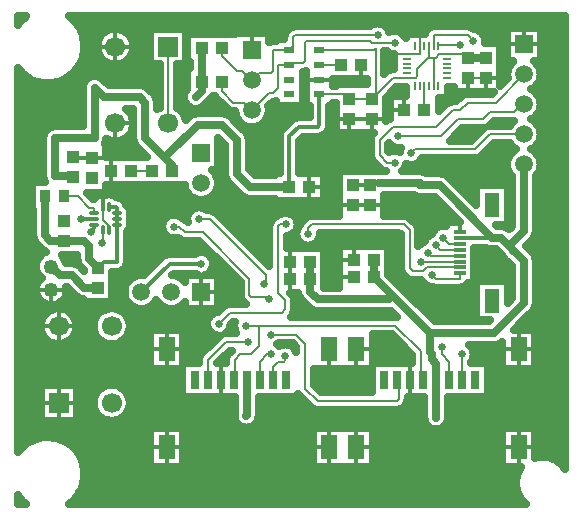
<source format=gbr>
%TF.GenerationSoftware,Novarm,DipTrace,3.3.0.1*%
%TF.CreationDate,2018-11-14T10:13:02-08:00*%
%FSLAX26Y26*%
%MOIN*%
%TF.FileFunction,Copper,L2,Bot*%
%TF.Part,Single*%
%TA.AperFunction,Conductor*%
%ADD14C,0.006*%
%ADD15C,0.026*%
%ADD16C,0.013*%
%ADD17C,0.011811*%
%TA.AperFunction,CopperBalancing*%
%ADD18C,0.025*%
%ADD19R,0.03937X0.043307*%
%ADD20R,0.043307X0.03937*%
%ADD22R,0.031496X0.059055*%
%ADD23R,0.057087X0.07874*%
%TA.AperFunction,ComponentPad*%
%ADD24R,0.059055X0.059055*%
%ADD25C,0.059055*%
%ADD27R,0.037402X0.03937*%
%TA.AperFunction,ComponentPad*%
%ADD28R,0.066929X0.066929*%
%ADD29C,0.066929*%
%ADD38O,0.033465X0.011811*%
%ADD39O,0.011811X0.033465*%
%ADD40R,0.009449X0.030551*%
%ADD41R,0.030551X0.009449*%
%ADD42R,0.037402X0.021654*%
%TA.AperFunction,ComponentPad*%
%ADD43C,0.049213*%
%ADD44R,0.03937X0.011811*%
%ADD45R,0.051181X0.07874*%
%TA.AperFunction,ViaPad*%
%ADD103C,0.026*%
%TA.AperFunction,CopperBalancing*%
%ADD104C,0.013*%
G75*
G01*
%LPD*%
X1507645Y1899750D2*
D14*
X1506863Y1900532D1*
X1437088D1*
X522708Y1463949D2*
X519700Y1460941D1*
Y1331949D1*
X537700Y1313949D1*
X540010D1*
X585700D1*
X699700Y1224878D2*
D15*
X669700Y1254878D1*
Y1295949D1*
X651700Y1313949D1*
X585700D1*
X540010D1*
X522708Y1334022D1*
Y1463949D1*
X699700Y1224878D2*
D16*
X718390Y1243569D1*
X762159D1*
X763545Y1244955D1*
Y1356150D1*
D17*
Y1368556D1*
Y1388241D2*
Y1375835D1*
D16*
Y1368556D1*
Y1407926D2*
D17*
Y1388241D1*
Y1407926D2*
Y1420331D1*
D16*
X762159Y1421717D1*
Y1424800D1*
X760529Y1426430D1*
X747604D1*
D17*
X735199D1*
X543432Y1228569D2*
D15*
X572178Y1199823D1*
X612175D1*
X654049Y1157949D1*
X699700D1*
X1799949Y1274949D2*
D14*
X1810081Y1264818D1*
X1905789D1*
X1281642Y849949D2*
X1281700Y850007D1*
Y893949D1*
X1299700Y911949D1*
X1317700D1*
X1323700Y917949D1*
Y929949D1*
X1912893Y849949D2*
X1911700Y851142D1*
Y935949D1*
X1930787Y1857818D2*
X1930796Y1857827D1*
X1993300D1*
X1991477Y1856004D1*
X2037025D1*
Y1968493D1*
X1986818Y2018700D1*
X1799763D1*
X1771054Y1989991D1*
Y1963133D1*
Y1936440D1*
X1728613D1*
X1930787Y1857818D2*
D15*
D3*
X1718700Y1749949D2*
X1718884Y1749766D1*
X1720123D1*
X2099519Y956099D2*
X2100885Y954733D1*
Y952312D1*
X616672Y1594718D2*
D16*
X621103Y1590288D1*
X679172D1*
X1612070Y1720333D2*
X1537078D1*
X1338913Y1187325D2*
Y1243569D1*
X1337099Y1187325D2*
X1338913D1*
X1605821Y1432863D2*
X1549577D1*
X1605821D2*
D3*
X1551390Y1193574D2*
D14*
D3*
X735199Y1350052D2*
X737162Y1352015D1*
Y1362306D1*
X715514Y1383955D1*
Y1426430D1*
X1668314Y1912249D2*
X1692506Y1936440D1*
X1728613D1*
X585700Y1380878D2*
D16*
D3*
X687167Y1407926D2*
D14*
Y1424800D1*
X670293D1*
X631144Y1463949D1*
X585700D1*
X1065107Y849949D2*
X1065700Y850543D1*
Y917949D1*
X1125700Y977949D1*
X1197700D1*
X1696357Y849949D2*
X1701700Y844607D1*
Y785949D1*
X1695700Y779949D1*
X1431700D1*
X1389700Y821949D1*
Y971949D1*
X1359700Y1001949D1*
X1275700D1*
X1399949Y1337449D2*
Y1356414D1*
X1412235Y1368700D1*
X1718165D1*
X1737451Y1349414D1*
Y1224427D1*
X1749428Y1212449D1*
X1781200D1*
X1794199Y1225448D1*
X1905789D1*
X1238335Y849949D2*
X1239700Y851314D1*
Y911949D1*
X1263700Y935949D1*
X1275700D1*
X1869586Y849949D2*
X1869700Y850064D1*
Y911949D1*
X1845700Y935949D1*
Y959949D1*
X1774951Y1243700D2*
X1776384Y1245133D1*
X1905789D1*
X2118700Y1868699D2*
X2024951Y1774949D1*
X1931200D1*
X1906200Y1749949D1*
X1881200D1*
X1824951Y1693700D1*
X1681201D1*
X1637451Y1649949D1*
Y1599949D1*
X1662451Y1574949D1*
X1687451D1*
X1787052Y1749766D2*
X1786802Y1750015D1*
Y1831007D1*
X1043700Y1237449D2*
D16*
X937449D1*
X843700Y1143700D1*
X933700Y1961949D2*
D14*
Y1706044D1*
X1269700Y1121949D2*
X1263700Y1127949D1*
X1209700D1*
X1203700Y1133949D1*
Y1187949D1*
X1047700Y1343949D1*
X987700D1*
X969700Y1361949D1*
X951700D1*
X1151721Y849949D2*
X1155700Y853928D1*
Y917949D1*
X1173700Y935949D1*
X1209700D1*
X1237109Y963359D1*
Y1031949D1*
X1191700D1*
X1782972Y849949D2*
X1774949Y841927D1*
Y946700D1*
X1689700Y1031949D1*
X1237109D1*
X1812449Y1199949D2*
X1824949Y1187449D1*
X1905789D1*
Y1205763D1*
X1337088Y1949745D2*
X1349949Y1962606D1*
Y1993842D1*
X1356057Y1999949D1*
X1631200D1*
X1949949Y1981200D2*
X1931200Y1999949D1*
X1818298D1*
Y1963133D1*
X1212112Y1849745D2*
X1180658Y1881199D1*
X1162451D1*
X1112123Y1931527D1*
Y1955994D1*
X1212112Y1849745D2*
X1237317Y1874949D1*
X1274951D1*
X1281200Y1881199D1*
Y1949949D1*
X1281405Y1949745D1*
X1337088D1*
Y1900532D2*
X1342755Y1906199D1*
X1381200D1*
X1387451Y1912449D1*
Y1974949D1*
X1393700Y1981199D1*
X1606200D1*
X1612449Y1974949D1*
X1687451D1*
X1906200Y1968493D2*
X1834046D1*
Y1963133D1*
X1212112Y1749745D2*
X1186907Y1774949D1*
X1149949D1*
X1112123Y1812776D1*
Y1843506D1*
X1212112Y1749745D2*
X1268566Y1806199D1*
X1281199D1*
X1299949Y1824949D1*
Y1899949D1*
X1300532Y1900532D1*
X1337088D1*
X1824949Y1299949D2*
X1840396Y1284503D1*
X1905789D1*
X1849949Y1324949D2*
X1870710Y1304188D1*
X1905789D1*
X2118700Y1768699D2*
X2112203D1*
X2087204Y1743700D1*
X2006200D1*
X1981200Y1718700D1*
X1899951D1*
X1843700Y1662449D1*
X1699951D1*
X1743700Y1606200D2*
X1756200Y1618700D1*
X1956200D1*
X2006199Y1668699D1*
X2118700D1*
X1251700Y1169949D2*
X1257700Y1175949D1*
Y1199949D1*
X1071700Y1385949D1*
X1035700D1*
X1101700Y1037949D2*
X1137700Y1073949D1*
X1311700D1*
X1323700Y1085949D1*
Y1115949D1*
X1299700Y1139949D1*
Y1362403D1*
X1305997Y1368700D1*
X1324951D1*
X687167Y1368556D2*
D17*
Y1356150D1*
D16*
X674669Y1343651D1*
X687167Y1518540D2*
X682348Y1523359D1*
X679172D1*
X1537078Y1787262D2*
D14*
X1522233Y1802107D1*
X1437088D1*
X1612070Y1787262D2*
X1537078D1*
X1612070D2*
X1624569Y1799760D1*
Y1955994D1*
X1618319Y1949745D1*
X1437088D1*
X1930787Y1924747D2*
X1919094Y1936440D1*
X1860739D1*
X1993300Y1924756D2*
X1993291Y1924747D1*
X1930787D1*
X1860739Y1936440D2*
X1859934Y1937246D1*
X1837046D1*
X1824548Y1924747D1*
X1818298D1*
X1799550D1*
X1802550Y1927747D1*
Y1963133D1*
X1799550Y1924747D2*
X1762054Y1887251D1*
Y1862254D1*
X1757501Y1857700D1*
X1728613D1*
X616672Y1527789D2*
D15*
X613263Y1531199D1*
X556200D1*
Y1656199D1*
X687451D1*
Y1824949D1*
X1024951Y1793700D2*
X1045193Y1813943D1*
Y1843506D1*
Y1955994D2*
Y1843506D1*
X687451Y1824949D2*
X718700Y1793700D1*
X837449D1*
X856200Y1774949D1*
Y1656199D1*
X916747Y1595651D1*
X946629Y1565770D1*
Y1547949D1*
X1193699Y731199D2*
X1195028Y732528D1*
Y849949D1*
X1826279Y724949D2*
Y849949D1*
Y904872D1*
X1812451Y918700D1*
Y937448D1*
X1806200Y943699D1*
Y1006199D1*
X2018700D1*
X2118700Y1106199D1*
Y1248331D1*
X2085833Y1281199D1*
X2069844Y1297187D1*
X2042082Y1324949D1*
X2012449D1*
X1837449Y1499949D1*
X1772670D1*
Y1506041D1*
X1637067D1*
X1905789Y1323873D2*
D17*
X1931974Y1324949D1*
D16*
X2012449D1*
X2069844Y1297187D2*
D15*
X2118700Y1346043D1*
Y1568699D1*
X1618700Y1193699D2*
X1681100Y1131298D1*
X1806200Y1006199D1*
X1681100Y1131298D2*
X1668502Y1118700D1*
X1431199D1*
X1406201Y1143697D1*
Y1187449D1*
X1993700Y1924949D2*
X1993507Y1924756D1*
X1993300D2*
X1993291Y1924747D1*
X1930787D1*
X2081200Y1281199D2*
X2085833D1*
X1405842Y1187325D2*
D16*
X1406201Y1187449D1*
X1405842Y1187325D2*
Y1243569D1*
X1618319Y1193574D2*
X1618700Y1193699D1*
X1605821Y1499792D2*
X1637067Y1506041D1*
X1549577Y1499792D2*
X1605821D1*
X1337099Y1493543D2*
D3*
X1612070Y1787262D2*
D14*
X1682508Y1857700D1*
X1728613D1*
X1612070Y1787262D2*
D3*
X1174616Y1524789D2*
D15*
X1162117Y1537288D1*
Y1649776D1*
X1112123Y1699771D1*
X1030881D1*
X926762Y1595651D1*
X916747D1*
X1174616Y1524789D2*
X1205863Y1493543D1*
X1337099D1*
X1405842Y1243569D2*
Y1187325D1*
X1618319Y1249818D2*
Y1193574D1*
X1337099Y1493543D2*
D16*
Y1662275D1*
X1368346Y1693522D1*
X1430839D1*
X1437088Y1699771D1*
Y1802107D1*
X687167Y1388241D2*
D17*
X663935D1*
D16*
X662998Y1387304D1*
X643422D1*
X618424Y1531039D2*
X616672Y1529287D1*
Y1527789D1*
X1818298Y1831007D2*
D14*
Y1924747D1*
X879700Y1547949D2*
X878289Y1546539D1*
X808602D1*
X712165Y1306062D2*
X715514Y1309411D1*
Y1350052D1*
D103*
X1799949Y1274949D3*
X1323700Y929949D3*
X1911700Y935949D3*
X1930787Y1857818D3*
X1718700Y1749949D3*
X2099519Y956099D3*
X1337099Y1187325D3*
X1605821Y1432863D3*
X1551390Y1193574D3*
X585700Y1380878D3*
X1197700Y977949D3*
X1275700Y1001949D3*
D3*
X1399949Y1337449D3*
X1275700Y935949D3*
X1845700Y959949D3*
X1275700Y935949D3*
X1774951Y1243700D3*
X1687451Y1574949D3*
X1043700Y1237449D3*
X1269700Y1121949D3*
X951700Y1361949D3*
X1191700Y1031949D3*
X1812449Y1199949D3*
X1631200Y1999949D3*
X1949949Y1981200D3*
X1687451Y1974949D3*
X1906200Y1968493D3*
X1824949Y1299949D3*
X1849949Y1324949D3*
X1699951Y1662449D3*
X1743700Y1606200D3*
X1251700Y1169949D3*
X1035700Y1385949D3*
X1101700Y1037949D3*
X1324951Y1368700D3*
X674669Y1343651D3*
X687167Y1518540D3*
X687451Y1824949D3*
X1024951Y1793700D3*
X1193699Y731199D3*
X1826279Y724949D3*
X1637067Y1506041D3*
X1618700Y1193699D3*
X1406201Y1187449D3*
X1993700Y1924949D3*
X1772670Y1499949D3*
X2081200Y1281199D3*
X1618700Y1193699D3*
X1337099Y1493543D3*
X1612070Y1787262D3*
X1174616Y1524789D3*
D3*
X1337099Y1493543D3*
X643422Y1387304D3*
X618424Y1531039D3*
X808602Y1546539D3*
X712165Y1306062D3*
X2187010Y768619D3*
X1818298Y537393D3*
X1918288Y618634D3*
X1987031Y499897D3*
X1712060Y606136D3*
X1124621Y637382D3*
X1274606D3*
X1362096D3*
X862149Y531144D3*
X762159Y487398D3*
Y587388D3*
X493438Y1774763D3*
X580928Y1768514D3*
X843401Y2005989D3*
X1474585Y2055983D3*
X2237449Y1918700D3*
Y1818700D3*
Y1718700D3*
X2237451Y1612449D3*
X1474585Y1474794D3*
X1343348Y1443548D3*
X893396Y1437298D3*
X843401Y1274815D3*
X1668314Y1912249D3*
X630184Y2037581D2*
D18*
X1616700D1*
X1645707D2*
X2253716D1*
X645183Y2012712D2*
X722107D1*
X790945D2*
X871242D1*
X996167D2*
X1324781D1*
X1701543D2*
X1789195D1*
X1976271D2*
X2060157D1*
X2177222D2*
X2253716D1*
X653365Y1987843D2*
X699966D1*
X813121D2*
X871242D1*
X1270645D2*
X1317964D1*
X1991378D2*
X2060157D1*
X2177222D2*
X2253716D1*
X656057Y1962974D2*
X694082D1*
X819007D2*
X871242D1*
X2041976D2*
X2060157D1*
X2177222D2*
X2253716D1*
X653653Y1938106D2*
X698998D1*
X814054D2*
X871242D1*
X1656579D2*
X1670705D1*
X2041976D2*
X2060157D1*
X2177222D2*
X2253716D1*
X645830Y1913237D2*
X719057D1*
X793995D2*
X871242D1*
X1656579D2*
X1684342D1*
X2041976D2*
X2060157D1*
X2177222D2*
X2253716D1*
X631333Y1888368D2*
X901708D1*
X965701D2*
X994540D1*
X1656579D2*
X1684342D1*
X2041976D2*
X2063745D1*
X2173670D2*
X2253716D1*
X433718Y1863499D2*
X455703D1*
X606141D2*
X676355D1*
X698579D2*
X901708D1*
X965701D2*
X994540D1*
X2041976D2*
X2060407D1*
X2176972D2*
X2253716D1*
X433718Y1838630D2*
X647898D1*
X732130D2*
X901708D1*
X965701D2*
X994540D1*
X1484801D2*
X1592586D1*
X2168468D2*
X2253716D1*
X433718Y1813762D2*
X645459D1*
X875739D2*
X901708D1*
X965701D2*
X988439D1*
X1682775D2*
X1721590D1*
X1867758D2*
X1882099D1*
X2154508D2*
X2253716D1*
X433718Y1788893D2*
X645459D1*
X965701D2*
X983237D1*
X1078234D2*
X1091785D1*
X1660742D2*
X1669486D1*
X1837722D2*
X1900939D1*
X2173455D2*
X2253716D1*
X433718Y1764024D2*
X645459D1*
X965701D2*
X996369D1*
X1053510D2*
X1116654D1*
X1270609D2*
X1401574D1*
X1472602D2*
X1488378D1*
X1660742D2*
X1669486D1*
X1837722D2*
X1851060D1*
X2177044D2*
X2253716D1*
X433718Y1739155D2*
X645459D1*
X986191D2*
X1025364D1*
X1117634D2*
X1154583D1*
X1269640D2*
X1401574D1*
X1472602D2*
X1488378D1*
X1660742D2*
X1669486D1*
X2168791D2*
X2253716D1*
X433718Y1714287D2*
X645459D1*
X1155959D2*
X1166246D1*
X1257978D2*
X1339926D1*
X1472602D2*
X1488378D1*
X2153755D2*
X2253716D1*
X433718Y1689418D2*
X532315D1*
X1180827D2*
X1315057D1*
X1470914D2*
X1488378D1*
X2173239D2*
X2253716D1*
X433718Y1664549D2*
X515091D1*
X802321D2*
X814225D1*
X1201245D2*
X1301672D1*
X1449133D2*
X1609308D1*
X1890006D2*
X1957815D1*
X2177079D2*
X2253716D1*
X433718Y1639680D2*
X514193D1*
X725815D2*
X817810D1*
X1101918D2*
X1113855D1*
X1204116D2*
X1301600D1*
X1372592D2*
X1605468D1*
X2169113D2*
X2253716D1*
X433718Y1614812D2*
X514193D1*
X727860D2*
X839233D1*
X1101918D2*
X1120134D1*
X1204116D2*
X1301600D1*
X1372592D2*
X1605468D1*
X1669461D2*
X1702642D1*
X1996546D2*
X2084378D1*
X2153037D2*
X2253716D1*
X433718Y1589943D2*
X514193D1*
X1101918D2*
X1120134D1*
X1204116D2*
X1301600D1*
X1372592D2*
X1607191D1*
X1965291D2*
X2064355D1*
X2173061D2*
X2253716D1*
X433718Y1565074D2*
X514193D1*
X1101918D2*
X1120134D1*
X1204116D2*
X1301600D1*
X1372592D2*
X1628111D1*
X1728204D2*
X2060300D1*
X2177115D2*
X2253716D1*
X433718Y1540205D2*
X514193D1*
X1090291D2*
X1120134D1*
X1217573D2*
X1301600D1*
X1372592D2*
X1500902D1*
X1794985D2*
X2067944D1*
X2169436D2*
X2253716D1*
X433718Y1515336D2*
X517531D1*
X1101128D2*
X1126773D1*
X1454695D2*
X1500902D1*
X1880424D2*
X2076699D1*
X2160716D2*
X2253716D1*
X433718Y1490468D2*
X475008D1*
X727860D2*
X987040D1*
X1099692D2*
X1150565D1*
X1454695D2*
X1500902D1*
X1905293D2*
X1957491D1*
X2066663D2*
X2076699D1*
X2160716D2*
X2253716D1*
X433718Y1465599D2*
X475008D1*
X673712D2*
X697312D1*
X753410D2*
X1002111D1*
X1084657D2*
X1175432D1*
X1454695D2*
X1500902D1*
X1654498D2*
X1750655D1*
X1930161D2*
X1957491D1*
X2066663D2*
X2076699D1*
X2160716D2*
X2253716D1*
X433718Y1440730D2*
X475008D1*
X793565D2*
X1500902D1*
X1654498D2*
X1838321D1*
X2066663D2*
X2076699D1*
X2160716D2*
X2253716D1*
X433718Y1415861D2*
X480714D1*
X808277D2*
X1007386D1*
X1063987D2*
X1500902D1*
X1654498D2*
X1863188D1*
X2066663D2*
X2076699D1*
X2160716D2*
X2253716D1*
X433718Y1390993D2*
X480714D1*
X809174D2*
X922413D1*
X980987D2*
X994037D1*
X1110889D2*
X1284161D1*
X1360069D2*
X1390414D1*
X1739974D2*
X1888056D1*
X2066663D2*
X2076699D1*
X2160716D2*
X2253716D1*
X433718Y1366124D2*
X480714D1*
X809174D2*
X909924D1*
X1135756D2*
X1267941D1*
X1764268D2*
X1857088D1*
X2029632D2*
X2076699D1*
X2160716D2*
X2253716D1*
X433718Y1341255D2*
X480714D1*
X799054D2*
X915558D1*
X1160624D2*
X1267691D1*
X1769435D2*
X1811480D1*
X2160393D2*
X2253716D1*
X433718Y1316386D2*
X484877D1*
X799054D2*
X974696D1*
X1185491D2*
X1267691D1*
X1331684D2*
X1364040D1*
X1435856D2*
X1705441D1*
X1769435D2*
X1786540D1*
X2147403D2*
X2253716D1*
X433718Y1291518D2*
X504684D1*
X799054D2*
X1055902D1*
X1210359D2*
X1267691D1*
X1331684D2*
X1500722D1*
X1668960D2*
X1705441D1*
X1954490D2*
X1988927D1*
X2133875D2*
X2253716D1*
X433718Y1266649D2*
X506838D1*
X799054D2*
X919578D1*
X1072815D2*
X1080802D1*
X1235228D2*
X1267691D1*
X1456489D2*
X1500722D1*
X1668960D2*
X1705441D1*
X1954490D2*
X2041964D1*
X2156195D2*
X2253716D1*
X433718Y1241780D2*
X491552D1*
X595305D2*
X629920D1*
X798876D2*
X892629D1*
X1085447D2*
X1105637D1*
X1260095D2*
X1267691D1*
X1456489D2*
X1500722D1*
X1668960D2*
X1705441D1*
X1954490D2*
X2066903D1*
X2160716D2*
X2253716D1*
X433718Y1216911D2*
X491157D1*
X784127D2*
X867725D1*
X1079956D2*
X1130504D1*
X1456489D2*
X1500722D1*
X1668960D2*
X1706410D1*
X1954490D2*
X2076699D1*
X2160716D2*
X2253716D1*
X433718Y1192043D2*
X505187D1*
X748386D2*
X812894D1*
X974528D2*
X985174D1*
X1102241D2*
X1155373D1*
X1456489D2*
X1500722D1*
X1678720D2*
X1725608D1*
X1954490D2*
X2076699D1*
X2160716D2*
X2253716D1*
X433718Y1167174D2*
X492843D1*
X748386D2*
X790323D1*
X1102241D2*
X1171700D1*
X1456489D2*
X1500722D1*
X1703587D2*
X1787903D1*
X1929730D2*
X1957491D1*
X2066663D2*
X2076699D1*
X2160716D2*
X2253716D1*
X433718Y1142305D2*
X490367D1*
X596489D2*
X611333D1*
X748386D2*
X785191D1*
X1102241D2*
X1171700D1*
X1728456D2*
X1957491D1*
X2066663D2*
X2076699D1*
X2160716D2*
X2253716D1*
X433718Y1117436D2*
X501419D1*
X585472D2*
X651020D1*
X748386D2*
X791722D1*
X1102241D2*
X1176759D1*
X1355654D2*
X1374195D1*
X1753323D2*
X1957491D1*
X2160716D2*
X2253716D1*
X433718Y1092567D2*
X818313D1*
X869100D2*
X918285D1*
X969109D2*
X985174D1*
X1102241D2*
X1112096D1*
X1355691D2*
X1398955D1*
X1778191D2*
X1957491D1*
X2158276D2*
X2253716D1*
X433718Y1067699D2*
X518679D1*
X616728D2*
X695840D1*
X793888D2*
X1073197D1*
X1349375D2*
X1686351D1*
X1803058D2*
X1957491D1*
X2138575D2*
X2253716D1*
X433718Y1042830D2*
X506658D1*
X628749D2*
X683818D1*
X805909D2*
X1059993D1*
X2113708D2*
X2253716D1*
X433718Y1017961D2*
X506443D1*
X628964D2*
X683603D1*
X806124D2*
X870739D1*
X985833D2*
X1065124D1*
X1138268D2*
X1152251D1*
X2158419D2*
X2253716D1*
X433718Y993092D2*
X517818D1*
X617588D2*
X694978D1*
X794749D2*
X870739D1*
X985833D2*
X1096630D1*
X1617107D2*
X1684342D1*
X2158419D2*
X2253716D1*
X433718Y968224D2*
X870739D1*
X985833D2*
X1071763D1*
X1300966D2*
X1311434D1*
X1335955D2*
X1349220D1*
X1617107D2*
X1709209D1*
X2032071D2*
X2043327D1*
X2158419D2*
X2253716D1*
X433718Y943355D2*
X870739D1*
X985833D2*
X1046894D1*
X1617107D2*
X1734077D1*
X1952982D2*
X2043327D1*
X2158419D2*
X2253716D1*
X433718Y918486D2*
X870739D1*
X985833D2*
X1033690D1*
X1110457D2*
X1123687D1*
X1617107D2*
X1742940D1*
X1949645D2*
X2043327D1*
X2158419D2*
X2253716D1*
X433718Y893617D2*
X870739D1*
X2000960D2*
X2043327D1*
X2158419D2*
X2253716D1*
X433718Y868749D2*
X977065D1*
X1421717D2*
X1608302D1*
X2000960D2*
X2253716D1*
X433718Y843880D2*
X977065D1*
X1421717D2*
X1608302D1*
X2000960D2*
X2253716D1*
X433718Y819011D2*
X505224D1*
X630148D2*
X702801D1*
X786926D2*
X977065D1*
X1436860D2*
X1608302D1*
X2000960D2*
X2253716D1*
X433718Y794142D2*
X505224D1*
X630148D2*
X685899D1*
X803827D2*
X977065D1*
X2000960D2*
X2253716D1*
X433718Y769273D2*
X505224D1*
X630148D2*
X682599D1*
X807165D2*
X1153040D1*
X1237022D2*
X1398165D1*
X1728527D2*
X1784279D1*
X1868296D2*
X2253716D1*
X433718Y744405D2*
X505224D1*
X630148D2*
X690170D1*
X799557D2*
X1153040D1*
X1237022D2*
X1784279D1*
X1868296D2*
X2253716D1*
X433718Y719536D2*
X505224D1*
X630148D2*
X717155D1*
X772573D2*
X1153470D1*
X1234833D2*
X1784638D1*
X1867901D2*
X2253716D1*
X433718Y694667D2*
X1176186D1*
X1211221D2*
X1798418D1*
X1854158D2*
X2253716D1*
X433718Y669798D2*
X870739D1*
X985833D2*
X1412088D1*
X1617107D2*
X2043327D1*
X2158419D2*
X2253716D1*
X433718Y644930D2*
X469482D1*
X592361D2*
X870739D1*
X985833D2*
X1412088D1*
X1617107D2*
X2043327D1*
X2158419D2*
X2253716D1*
X624012Y620061D2*
X870739D1*
X985833D2*
X1412088D1*
X1617107D2*
X2043327D1*
X2158419D2*
X2253716D1*
X641595Y595192D2*
X870739D1*
X985833D2*
X1412088D1*
X1617107D2*
X2043327D1*
X2158419D2*
X2253716D1*
X651571Y570323D2*
X870739D1*
X985833D2*
X1412088D1*
X1617107D2*
X2043327D1*
X2244936D2*
X2253724D1*
X655805Y545455D2*
X2098409D1*
X654909Y520586D2*
X2090443D1*
X648772Y495717D2*
X2089869D1*
X636428Y470848D2*
X2096543D1*
X433718Y445980D2*
X446679D1*
X615184D2*
X2112691D1*
X1568822Y1547945D2*
X1650602D1*
X1647037Y1549796D1*
X1643292Y1552518D1*
X1616591Y1579090D1*
X1613585Y1582609D1*
X1611166Y1586557D1*
X1609394Y1590834D1*
X1608314Y1595335D1*
X1607951Y1599959D1*
X1608041Y1652264D1*
X1608766Y1656836D1*
X1610196Y1661238D1*
X1612297Y1665363D1*
X1615019Y1669108D1*
X1617835Y1672179D1*
X1490893D1*
Y1772588D1*
X1482293Y1772607D1*
X1482289Y1764780D1*
X1470053D1*
X1469987Y1697182D1*
X1469176Y1692067D1*
X1467577Y1687142D1*
X1465226Y1682528D1*
X1462182Y1678339D1*
X1452271Y1668428D1*
X1448082Y1665384D1*
X1443468Y1663033D1*
X1438543Y1661434D1*
X1433428Y1660623D1*
X1382001Y1660522D1*
X1370087Y1648594D1*
X1370099Y1539730D1*
X1452182Y1539728D1*
Y1447357D1*
X1288945D1*
Y1454067D1*
X1202763Y1454165D1*
X1196642Y1455134D1*
X1190747Y1457049D1*
X1185224Y1459863D1*
X1180209Y1463506D1*
X1146676Y1496868D1*
X1132082Y1511634D1*
X1128438Y1516649D1*
X1125624Y1522172D1*
X1123709Y1528067D1*
X1122739Y1534188D1*
X1122617Y1574033D1*
Y1633422D1*
X1099399Y1656633D1*
X1099407Y1550003D1*
X1078128D1*
X1082998Y1545649D1*
X1088707Y1538962D1*
X1093301Y1531466D1*
X1096665Y1523344D1*
X1098717Y1514796D1*
X1099407Y1506031D1*
X1098717Y1497266D1*
X1096665Y1488717D1*
X1093301Y1480595D1*
X1088707Y1473099D1*
X1082998Y1466413D1*
X1076312Y1460704D1*
X1068815Y1456109D1*
X1060693Y1452746D1*
X1052145Y1450693D1*
X1043380Y1450003D1*
X1034615Y1450693D1*
X1026066Y1452746D1*
X1017944Y1456109D1*
X1010448Y1460704D1*
X1003762Y1466413D1*
X998053Y1473099D1*
X993459Y1480595D1*
X990095Y1488717D1*
X988043Y1497266D1*
X987520Y1501755D1*
X856767Y1501764D1*
X856755Y1500354D1*
X725356D1*
X725357Y1475205D1*
X661591D1*
X682528Y1454284D1*
X687176Y1454300D1*
X688775Y1455564D1*
X692259Y1459826D1*
X696415Y1463436D1*
X701123Y1466291D1*
X706245Y1468308D1*
X711634Y1469428D1*
X717136Y1469621D1*
X722591Y1468880D1*
X725336Y1468124D1*
X730129Y1469263D1*
X735199Y1469662D1*
X740268Y1469263D1*
X745213Y1468075D1*
X749910Y1466130D1*
X754246Y1463473D1*
X758794Y1459434D1*
X765692Y1459023D1*
X770728Y1457814D1*
X775511Y1455833D1*
X779926Y1453128D1*
X785169Y1448460D1*
X788857Y1444196D1*
X791562Y1439781D1*
X793546Y1434987D1*
X795418Y1432567D1*
X799014Y1428972D1*
X802002Y1424857D1*
X804310Y1420327D1*
X805882Y1415490D1*
X806678Y1410468D1*
Y1405384D1*
X805882Y1400361D1*
X805242Y1398094D1*
X806378Y1393310D1*
X806777Y1388241D1*
X806378Y1383171D1*
X805242Y1378409D1*
X806378Y1373625D1*
X806777Y1368556D1*
X806378Y1363486D1*
X805191Y1358541D1*
X803246Y1353844D1*
X800588Y1349508D1*
X796549Y1344960D1*
X796444Y1242365D1*
X795633Y1237251D1*
X794033Y1232326D1*
X791683Y1227712D1*
X788638Y1223523D1*
X783591Y1218476D1*
X779402Y1215431D1*
X774788Y1213081D1*
X769863Y1211481D1*
X764749Y1210670D1*
X745903Y1210569D1*
X745885Y1109796D1*
X653515D1*
Y1118444D1*
X647869Y1118936D1*
X641843Y1120382D1*
X636116Y1122755D1*
X630831Y1125993D1*
X626109Y1130028D1*
X595796Y1160340D1*
X593480Y1160323D1*
X594435Y1153088D1*
X594406Y1146157D1*
X593355Y1138890D1*
X591271Y1131850D1*
X588201Y1125179D1*
X584207Y1119018D1*
X579371Y1113493D1*
X573792Y1108717D1*
X567587Y1104792D1*
X560884Y1101794D1*
X553821Y1099789D1*
X546543Y1098817D1*
X539200Y1098898D1*
X531945Y1100029D1*
X524927Y1102190D1*
X518292Y1105334D1*
X512175Y1109396D1*
X506703Y1114292D1*
X501990Y1119923D1*
X498132Y1126170D1*
X495209Y1132906D1*
X493281Y1139991D1*
X492389Y1147280D1*
X492552Y1154621D1*
X493763Y1161863D1*
X496001Y1168856D1*
X499217Y1175457D1*
X503346Y1181529D1*
X508302Y1186947D1*
X510846Y1189193D1*
X504571Y1195378D1*
X499857Y1201865D1*
X496216Y1209011D1*
X493738Y1216638D1*
X492483Y1224560D1*
Y1232578D1*
X493738Y1240499D1*
X496216Y1248127D1*
X499857Y1255272D1*
X504571Y1261759D1*
X510242Y1267430D1*
X516729Y1272144D1*
X523875Y1275785D1*
X526595Y1276788D1*
X522237Y1278674D1*
X516938Y1281888D1*
X512207Y1285892D1*
X492671Y1308368D1*
X489028Y1313382D1*
X486214Y1318906D1*
X484300Y1324801D1*
X483330Y1330922D1*
X483208Y1370767D1*
Y1417739D1*
X477507Y1417764D1*
Y1510134D1*
X522756D1*
X519707Y1516083D1*
X517792Y1521978D1*
X516822Y1528099D1*
X516700Y1567944D1*
X516822Y1659298D1*
X517792Y1665419D1*
X519707Y1671314D1*
X522520Y1676838D1*
X526163Y1681852D1*
X530546Y1686235D1*
X535561Y1689878D1*
X541085Y1692692D1*
X546980Y1694607D1*
X553100Y1695577D1*
X592945Y1695699D1*
X647956D1*
X648073Y1828049D1*
X649043Y1834170D1*
X650957Y1840065D1*
X653771Y1845588D1*
X657414Y1850603D1*
X661797Y1854986D1*
X666812Y1858629D1*
X672335Y1861443D1*
X678230Y1863357D1*
X684351Y1864327D1*
X690550D1*
X696671Y1863357D1*
X702566Y1861443D1*
X708090Y1858629D1*
X713104Y1854986D1*
X735046Y1833216D1*
X840549Y1833078D1*
X846670Y1832108D1*
X852565Y1830193D1*
X858088Y1827380D1*
X863103Y1823735D1*
X884130Y1802880D1*
X888157Y1798167D1*
X891394Y1792882D1*
X893767Y1787155D1*
X895213Y1781129D1*
X895700Y1774949D1*
Y1752449D1*
X902368Y1757172D1*
X904214Y1758205D1*
X904200Y1902007D1*
X873735Y1901985D1*
Y2021914D1*
X993665D1*
Y1901985D1*
X963199D1*
X963200Y1758235D1*
X968947Y1754556D1*
X976102Y1748445D1*
X982212Y1741291D1*
X987129Y1733267D1*
X990730Y1724574D1*
X992549Y1717318D1*
X1005228Y1729808D1*
X1010242Y1733451D1*
X1015766Y1736264D1*
X1021661Y1738179D1*
X1027781Y1739149D1*
X1067627Y1739271D1*
X1115222Y1739149D1*
X1121343Y1738179D1*
X1127238Y1736264D1*
X1132762Y1733451D1*
X1137776Y1729806D1*
X1166036Y1701718D1*
X1192153Y1675430D1*
X1195797Y1670415D1*
X1198611Y1664892D1*
X1200525Y1658997D1*
X1201495Y1652876D1*
X1201617Y1613031D1*
Y1553642D1*
X1222212Y1533056D1*
X1288935Y1533043D1*
X1288945Y1539728D1*
X1304124D1*
X1304200Y1664864D1*
X1305011Y1669978D1*
X1306611Y1674903D1*
X1308961Y1679518D1*
X1312006Y1683707D1*
X1345011Y1716856D1*
X1348948Y1720220D1*
X1353364Y1722924D1*
X1358148Y1724906D1*
X1363183Y1726116D1*
X1368346Y1726522D1*
X1404123D1*
X1404088Y1764758D1*
X1391888Y1764780D1*
Y1878707D1*
X1385814Y1877062D1*
X1383506Y1876789D1*
X1382289Y1870273D1*
Y1764780D1*
X1291888D1*
Y1778739D1*
X1288086Y1777514D1*
X1283514Y1776789D1*
X1280794Y1776699D1*
X1266666Y1762578D1*
X1267966Y1754141D1*
Y1745348D1*
X1266591Y1736666D1*
X1263875Y1728304D1*
X1259884Y1720470D1*
X1254716Y1713357D1*
X1248499Y1707141D1*
X1241386Y1701973D1*
X1233553Y1697982D1*
X1225191Y1695266D1*
X1216508Y1693890D1*
X1207716D1*
X1199033Y1695266D1*
X1190671Y1697982D1*
X1182838Y1701973D1*
X1175725Y1707141D1*
X1169508Y1713357D1*
X1164340Y1720470D1*
X1160350Y1728304D1*
X1157633Y1736666D1*
X1156254Y1745435D1*
X1147634Y1745540D1*
X1143062Y1746264D1*
X1138661Y1747695D1*
X1134536Y1749796D1*
X1130791Y1752518D1*
X1091263Y1791917D1*
X1088251Y1795444D1*
X1084161Y1797321D1*
X1081039D1*
X1077150Y1790725D1*
X1073116Y1786003D1*
X1050604Y1763663D1*
X1045590Y1760020D1*
X1040066Y1757207D1*
X1034171Y1755292D1*
X1028050Y1754322D1*
X1021851D1*
X1015730Y1755292D1*
X1009835Y1757207D1*
X1004312Y1760020D1*
X999297Y1763663D1*
X994914Y1768046D1*
X991271Y1773061D1*
X988457Y1778585D1*
X986543Y1784480D1*
X985573Y1790600D1*
Y1796800D1*
X986543Y1802920D1*
X988457Y1808815D1*
X991271Y1814339D1*
X994914Y1819354D1*
X997045Y1821657D1*
X997040Y1889691D1*
X1005688D1*
X1005693Y1909784D1*
X997040Y1909809D1*
Y2002179D1*
X1156092D1*
X1156085Y2005772D1*
X1268140D1*
Y1976397D1*
X1272085Y1978006D1*
X1276586Y1979086D1*
X1281200Y1979449D1*
X1291919Y1979245D1*
X1291888Y1987071D1*
X1320415D1*
X1320540Y1996157D1*
X1321264Y2000729D1*
X1322695Y2005130D1*
X1324796Y2009255D1*
X1327518Y2013001D1*
X1336898Y2022381D1*
X1340644Y2025103D1*
X1344768Y2027204D1*
X1349170Y2028634D1*
X1353742Y2029359D1*
X1438734Y2029449D1*
X1604914D1*
X1610561Y2033629D1*
X1616085Y2036443D1*
X1621980Y2038357D1*
X1628100Y2039327D1*
X1634300D1*
X1640420Y2038357D1*
X1646315Y2036443D1*
X1651839Y2033629D1*
X1656854Y2029985D1*
X1661235Y2025603D1*
X1664880Y2020588D1*
X1667693Y2015065D1*
X1669355Y2010069D1*
X1675245Y2012516D1*
X1681271Y2013962D1*
X1687451Y2014449D1*
X1693630Y2013962D1*
X1699657Y2012516D1*
X1705384Y2010144D1*
X1710669Y2006906D1*
X1715381Y2002880D1*
X1719407Y1998167D1*
X1722645Y1992882D1*
X1724082Y1989691D1*
Y2004909D1*
X1789214D1*
X1790242Y2009065D1*
X1792014Y2013342D1*
X1794432Y2017289D1*
X1797439Y2020809D1*
X1800959Y2023815D1*
X1804906Y2026234D1*
X1809183Y2028006D1*
X1813683Y2029086D1*
X1818308Y2029449D1*
X1933515Y2029359D1*
X1938087Y2028634D1*
X1942489Y2027204D1*
X1946613Y2025103D1*
X1950359Y2022381D1*
X1952066Y2020802D1*
X1959170Y2019608D1*
X1965065Y2017693D1*
X1970588Y2014880D1*
X1975603Y2011235D1*
X1979985Y2006854D1*
X1983629Y2001839D1*
X1986443Y1996315D1*
X1988357Y1990420D1*
X1989327Y1984300D1*
Y1978100D1*
X1988545Y1972918D1*
X2039485Y1972910D1*
Y1831205D1*
X2064151Y1855869D1*
X2062846Y1864302D1*
Y1873095D1*
X2064221Y1881777D1*
X2066938Y1890140D1*
X2070928Y1897973D1*
X2076096Y1905086D1*
X2082313Y1911302D1*
X2084054Y1912675D1*
X2062672Y1912671D1*
Y2024726D1*
X2174728D1*
Y1912671D1*
X2153419D1*
X2158318Y1908317D1*
X2164027Y1901630D1*
X2168621Y1894134D1*
X2171985Y1886012D1*
X2174037Y1877464D1*
X2174728Y1868699D1*
X2174037Y1859934D1*
X2171985Y1851385D1*
X2168621Y1843263D1*
X2164027Y1835767D1*
X2158318Y1829081D1*
X2151632Y1823372D1*
X2143964Y1818699D1*
X2151632Y1814025D1*
X2158318Y1808317D1*
X2164027Y1801630D1*
X2168621Y1794134D1*
X2171985Y1786012D1*
X2174037Y1777464D1*
X2174728Y1768699D1*
X2174037Y1759934D1*
X2171985Y1751385D1*
X2168621Y1743263D1*
X2164027Y1735767D1*
X2158318Y1729081D1*
X2151632Y1723372D1*
X2143964Y1718699D1*
X2151632Y1714025D1*
X2158318Y1708317D1*
X2164027Y1701630D1*
X2168621Y1694134D1*
X2171985Y1686012D1*
X2174037Y1677464D1*
X2174728Y1668699D1*
X2174037Y1659934D1*
X2171985Y1651385D1*
X2168621Y1643263D1*
X2164027Y1635767D1*
X2158318Y1629081D1*
X2151632Y1623372D1*
X2143964Y1618699D1*
X2151632Y1614025D1*
X2158318Y1608317D1*
X2164027Y1601630D1*
X2168621Y1594134D1*
X2171985Y1586012D1*
X2174037Y1577464D1*
X2174728Y1568699D1*
X2174037Y1559934D1*
X2171985Y1551385D1*
X2168621Y1543263D1*
X2164027Y1535767D1*
X2158204Y1528976D1*
X2158078Y1342943D1*
X2157108Y1336822D1*
X2155193Y1330927D1*
X2152380Y1325403D1*
X2148737Y1320389D1*
X2125697Y1297178D1*
X2148737Y1273985D1*
X2152380Y1268970D1*
X2155193Y1263447D1*
X2157108Y1257552D1*
X2158078Y1251431D1*
X2158200Y1211586D1*
X2158078Y1103099D1*
X2157108Y1096978D1*
X2155193Y1091083D1*
X2152380Y1085560D1*
X2148737Y1080545D1*
X2120648Y1052285D1*
X2086520Y1018157D1*
X2155928Y1018182D1*
Y886441D1*
X2045842D1*
Y977494D1*
X2041918Y974242D1*
X2036633Y971004D1*
X2030906Y968632D1*
X2024880Y967184D1*
X2018688Y966699D1*
X1936489D1*
X1941735Y961603D1*
X1945380Y956588D1*
X1948193Y951065D1*
X1950108Y945170D1*
X1951078Y939049D1*
Y932850D1*
X1950108Y926729D1*
X1948193Y920834D1*
X1945380Y915310D1*
X1941201Y909718D1*
X1941200Y905986D1*
X1998448Y905977D1*
Y793922D1*
X1865764D1*
X1865657Y721850D1*
X1864687Y715729D1*
X1862772Y709834D1*
X1859959Y704310D1*
X1856315Y699296D1*
X1851932Y694913D1*
X1846918Y691270D1*
X1841394Y688456D1*
X1835499Y686541D1*
X1829378Y685571D1*
X1823179D1*
X1817058Y686541D1*
X1811163Y688456D1*
X1805640Y691270D1*
X1800625Y694913D1*
X1796242Y699296D1*
X1792599Y704310D1*
X1789785Y709834D1*
X1787871Y715729D1*
X1786901Y721850D1*
X1786779Y761695D1*
Y793955D1*
X1731178Y793922D1*
X1731109Y783634D1*
X1730385Y779062D1*
X1728955Y774661D1*
X1726854Y770536D1*
X1724132Y766791D1*
X1714859Y757518D1*
X1711113Y754796D1*
X1706989Y752695D1*
X1702587Y751264D1*
X1698015Y750540D1*
X1613023Y750449D1*
X1429385Y750540D1*
X1424813Y751264D1*
X1420411Y752695D1*
X1416287Y754796D1*
X1412541Y757518D1*
X1368840Y801090D1*
X1367263Y802797D1*
X1367197Y793922D1*
X1234514D1*
X1234406Y729428D1*
X1233436Y723308D1*
X1231522Y717413D1*
X1228708Y711889D1*
X1225065Y706875D1*
X1219352Y701163D1*
X1214338Y697519D1*
X1208814Y694705D1*
X1202919Y692791D1*
X1196798Y691821D1*
X1190599D1*
X1184478Y692791D1*
X1178583Y694705D1*
X1173060Y697519D1*
X1168045Y701163D1*
X1163663Y705545D1*
X1160019Y710560D1*
X1157205Y716083D1*
X1155291Y721978D1*
X1154321Y728099D1*
Y734298D1*
X1155528Y741714D1*
Y793926D1*
X979552Y793922D1*
Y886468D1*
X873252Y886441D1*
Y1018182D1*
X983339D1*
Y905972D1*
X1036213Y905977D1*
X1036291Y920264D1*
X1037015Y924836D1*
X1038445Y929238D1*
X1040546Y933363D1*
X1043268Y937108D1*
X1104582Y998550D1*
X1098600Y998571D1*
X1092480Y999541D1*
X1086585Y1001456D1*
X1081061Y1004270D1*
X1076046Y1007914D1*
X1071665Y1012296D1*
X1068020Y1017310D1*
X1065207Y1022834D1*
X1063292Y1028729D1*
X1062322Y1034850D1*
Y1041049D1*
X1063292Y1047170D1*
X1065207Y1053065D1*
X1068020Y1058588D1*
X1071665Y1063603D1*
X1076046Y1067985D1*
X1081061Y1071629D1*
X1086585Y1074443D1*
X1092480Y1076357D1*
X1099388Y1077359D1*
X1118541Y1096381D1*
X1122287Y1099103D1*
X1126411Y1101204D1*
X1130813Y1102634D1*
X1135385Y1103359D1*
X1193284Y1103449D1*
X1188840Y1107090D1*
X1181268Y1114791D1*
X1178546Y1118536D1*
X1176445Y1122661D1*
X1175015Y1127062D1*
X1174291Y1131634D1*
X1174200Y1175754D1*
X1035494Y1314436D1*
X985385Y1314540D1*
X980813Y1315264D1*
X976411Y1316695D1*
X972287Y1318796D1*
X968541Y1321518D1*
X965140Y1324789D1*
X957880Y1322936D1*
X951700Y1322449D1*
X945520Y1322936D1*
X939494Y1324382D1*
X933767Y1326755D1*
X928482Y1329993D1*
X923770Y1334019D1*
X919743Y1338731D1*
X916506Y1344016D1*
X914133Y1349743D1*
X912687Y1355770D1*
X912200Y1361949D1*
X912687Y1368129D1*
X914133Y1374155D1*
X916506Y1379882D1*
X919743Y1385167D1*
X923770Y1389880D1*
X928482Y1393906D1*
X933767Y1397144D1*
X939494Y1399516D1*
X945520Y1400962D1*
X951700Y1401449D1*
X957880Y1400962D1*
X963906Y1399516D1*
X969633Y1397144D1*
X974918Y1393906D1*
X979836Y1389658D1*
X985113Y1387103D1*
X988859Y1384381D1*
X997487Y1375882D1*
X996322Y1382850D1*
Y1389049D1*
X997292Y1395170D1*
X999207Y1401065D1*
X1002020Y1406588D1*
X1005665Y1411603D1*
X1010046Y1415985D1*
X1015061Y1419629D1*
X1020585Y1422443D1*
X1026480Y1424357D1*
X1032600Y1425327D1*
X1038800D1*
X1044920Y1424357D1*
X1050815Y1422443D1*
X1056339Y1419629D1*
X1061931Y1415451D1*
X1074015Y1415359D1*
X1078587Y1414634D1*
X1082989Y1413204D1*
X1087113Y1411103D1*
X1090859Y1408381D1*
X1151022Y1348347D1*
X1270203Y1229166D1*
X1270291Y1364718D1*
X1271015Y1369291D1*
X1272445Y1373692D1*
X1274546Y1377817D1*
X1277268Y1381562D1*
X1286838Y1391132D1*
X1290583Y1393854D1*
X1294708Y1395955D1*
X1296889Y1396759D1*
X1304312Y1402380D1*
X1309835Y1405193D1*
X1315730Y1407108D1*
X1321851Y1408078D1*
X1328050D1*
X1334171Y1407108D1*
X1340066Y1405193D1*
X1345590Y1402380D1*
X1350604Y1398735D1*
X1354986Y1394354D1*
X1358630Y1389339D1*
X1361444Y1383815D1*
X1363359Y1377920D1*
X1364329Y1371800D1*
Y1365600D1*
X1363359Y1359480D1*
X1361444Y1353585D1*
X1358630Y1348061D1*
X1354986Y1343046D1*
X1350604Y1338665D1*
X1345590Y1335020D1*
X1340066Y1332207D1*
X1334171Y1330292D1*
X1329192Y1329457D1*
X1329342Y1289754D1*
X1453995D1*
Y1158188D1*
X1503218Y1158200D1*
X1503237Y1296003D1*
X1666473D1*
Y1201758D1*
X1822579Y1045680D1*
X2002308Y1045699D1*
X2005968Y1049329D1*
X1959998Y1049342D1*
Y1181082D1*
X2064179D1*
Y1107554D1*
X2079197Y1122558D1*
X2079200Y1231973D1*
X2066741Y1244430D1*
X2060561Y1247519D1*
X2055546Y1251162D1*
X2051163Y1255545D1*
X2047520Y1260560D1*
X2044703Y1266094D1*
X2035418Y1275752D1*
X2025700Y1285470D1*
X2009350Y1285571D1*
X2003229Y1286541D1*
X1997334Y1288456D1*
X1991801Y1291277D1*
X1984890Y1291949D1*
X1951985D1*
X1951974Y1173357D1*
X1931700D1*
X1928221Y1168291D1*
X1924948Y1165018D1*
X1921203Y1162296D1*
X1917078Y1160195D1*
X1912676Y1158764D1*
X1908104Y1158040D1*
X1824949Y1157949D1*
X1820335Y1158313D1*
X1815834Y1159393D1*
X1812449Y1160449D1*
X1806270Y1160936D1*
X1800243Y1162382D1*
X1794516Y1164755D1*
X1789231Y1167993D1*
X1784519Y1172019D1*
X1780493Y1176731D1*
X1776823Y1182952D1*
X1747113Y1183040D1*
X1742541Y1183764D1*
X1738140Y1185195D1*
X1734015Y1187296D1*
X1730270Y1190018D1*
X1716591Y1203567D1*
X1713585Y1207087D1*
X1711166Y1211035D1*
X1709394Y1215312D1*
X1708314Y1219812D1*
X1707951Y1224427D1*
Y1337210D1*
X1699792Y1339200D1*
X1439380D1*
X1439327Y1334350D1*
X1438357Y1328229D1*
X1436443Y1322334D1*
X1433629Y1316810D1*
X1429985Y1311796D1*
X1425603Y1307414D1*
X1420588Y1303770D1*
X1415065Y1300956D1*
X1409170Y1299041D1*
X1403049Y1298071D1*
X1396850D1*
X1390729Y1299041D1*
X1384834Y1300956D1*
X1379310Y1303770D1*
X1374296Y1307414D1*
X1369914Y1311796D1*
X1366270Y1316810D1*
X1363456Y1322334D1*
X1361541Y1328229D1*
X1360571Y1334350D1*
Y1340549D1*
X1361541Y1346670D1*
X1363456Y1352565D1*
X1366270Y1358088D1*
X1369914Y1363103D1*
X1371893Y1365529D1*
X1373665Y1369806D1*
X1376083Y1373754D1*
X1379090Y1377273D1*
X1393077Y1391132D1*
X1396822Y1393854D1*
X1400947Y1395955D1*
X1405348Y1397385D1*
X1409920Y1398109D1*
X1494913Y1398200D1*
X1503417D1*
X1503392Y1547945D1*
X1568822D1*
X1652006Y1466541D2*
Y1398203D1*
X1720480Y1398109D1*
X1725052Y1397385D1*
X1729453Y1395955D1*
X1733578Y1393854D1*
X1737323Y1391132D1*
X1758310Y1370273D1*
X1761317Y1366754D1*
X1763735Y1362806D1*
X1765507Y1358529D1*
X1766587Y1354029D1*
X1766951Y1349414D1*
Y1296628D1*
X1769914Y1300603D1*
X1774296Y1304985D1*
X1779310Y1308629D1*
X1784834Y1311443D1*
X1787459Y1312411D1*
X1789755Y1317882D1*
X1792993Y1323167D1*
X1797019Y1327880D1*
X1801731Y1331906D1*
X1807016Y1335144D1*
X1812459Y1337411D1*
X1814755Y1342882D1*
X1817993Y1348167D1*
X1822019Y1352880D1*
X1826731Y1356906D1*
X1832016Y1360144D1*
X1837743Y1362516D1*
X1843770Y1363962D1*
X1849949Y1364449D1*
X1856129Y1363962D1*
X1859602Y1363237D1*
X1859604Y1375964D1*
X1905571D1*
X1821085Y1460452D1*
X1769570Y1460571D1*
X1763449Y1461541D1*
X1757554Y1463456D1*
X1752022Y1466276D1*
X1735924Y1466541D1*
X1651991D1*
X722734Y1638441D2*
X725357D1*
Y1592718D1*
X831535Y1592724D1*
X831546Y1594134D1*
X862371D1*
X826165Y1630545D1*
X822520Y1635560D1*
X819707Y1641083D1*
X817792Y1646978D1*
X816822Y1653099D1*
X816700Y1692944D1*
Y1754199D1*
X792271Y1754200D1*
X798365Y1749008D1*
X803305Y1743571D1*
X807541Y1737573D1*
X811014Y1731100D1*
X813667Y1724252D1*
X815465Y1717132D1*
X816378Y1709844D1*
X816386Y1702372D1*
X815489Y1695082D1*
X813707Y1687957D1*
X811066Y1681104D1*
X807608Y1674624D1*
X803385Y1668616D1*
X798457Y1663170D1*
X792902Y1658365D1*
X786800Y1654277D1*
X780245Y1650966D1*
X773334Y1648481D1*
X766170Y1646859D1*
X758863Y1646124D1*
X751520Y1646289D1*
X744252Y1647351D1*
X737170Y1649292D1*
X730377Y1652086D1*
X726880Y1653930D1*
X725859Y1646978D1*
X723939Y1641071D1*
X1366777Y1141140D2*
X1340224D1*
X1346132Y1135108D1*
X1348854Y1131363D1*
X1350955Y1127238D1*
X1352385Y1122836D1*
X1353109Y1118264D1*
X1353200Y1085949D1*
X1352836Y1081335D1*
X1351756Y1076834D1*
X1349985Y1072557D1*
X1347566Y1068609D1*
X1344553Y1065083D1*
X1340913Y1061443D1*
X1692015Y1061359D1*
X1694323Y1061085D1*
X1693825Y1062712D1*
X1676494Y1080043D1*
X1671602Y1079322D1*
X1631756Y1079200D1*
X1428099Y1079322D1*
X1421978Y1080292D1*
X1416083Y1082207D1*
X1410560Y1085020D1*
X1405545Y1088663D1*
X1378271Y1115767D1*
X1374245Y1120480D1*
X1371007Y1125764D1*
X1368634Y1131491D1*
X1367187Y1137518D1*
X1366822Y1140611D1*
X630199Y1265796D2*
X578453D1*
X582293Y1261759D1*
X587007Y1255272D1*
X590649Y1248127D1*
X593127Y1240499D1*
X593361Y1239315D1*
X615275Y1239201D1*
X621396Y1238231D1*
X627291Y1236317D1*
X632814Y1233503D1*
X637829Y1229860D1*
X653528Y1214331D1*
X652283Y1216435D1*
X639665Y1229225D1*
X636020Y1234239D1*
X633207Y1239763D1*
X631292Y1245658D1*
X630322Y1251779D1*
X630200Y1265823D1*
X1976972Y1809674D2*
X1884602Y1809665D1*
Y1826480D1*
X1865304Y1826476D1*
X1865271Y1789231D1*
X1835235D1*
X1835205Y1745676D1*
X1862041Y1772381D1*
X1865787Y1775103D1*
X1869911Y1777204D1*
X1874313Y1778634D1*
X1878885Y1779359D1*
X1894011Y1779449D1*
X1912041Y1797381D1*
X1915787Y1800103D1*
X1919911Y1802204D1*
X1924313Y1803634D1*
X1928885Y1804359D1*
X2012764Y1804449D1*
X2017970Y1809688D1*
X1976968Y1809674D1*
X1673806Y1795951D2*
X1724081D1*
X1724082Y1826443D1*
X1692987Y1826476D1*
X1658279Y1791751D1*
X1658255Y1712470D1*
X1663861Y1717566D1*
X1667809Y1719985D1*
X1671969Y1721953D1*
Y1795951D1*
X1673806D1*
X1575071Y1835415D2*
X1595060D1*
X1595069Y1853550D1*
X1482272Y1853565D1*
X1482289Y1831575D1*
X1490878Y1831607D1*
X1490893Y1835415D1*
X1575071D1*
X1118659Y905977D2*
X1126231D1*
X1126291Y920264D1*
X1127015Y924836D1*
X1128445Y929238D1*
X1130546Y933363D1*
X1133268Y937108D1*
X1144457Y948426D1*
X1137953Y948449D1*
X1095562Y905977D1*
X1118659D1*
X1504503Y886441D2*
X1419200D1*
Y834190D1*
X1443927Y809443D1*
X1610798Y809449D1*
X1610802Y886466D1*
X1504503Y886448D1*
X1416428Y691410D2*
X1614590D1*
Y559670D1*
X1414591D1*
Y691410D1*
X1416428D1*
X875090D2*
X983339D1*
Y559670D1*
X873252D1*
Y691410D1*
X875090D1*
X1740724Y905969D2*
X1745424Y905977D1*
X1745449Y934473D1*
X1677486Y1002444D1*
X1614595Y1002449D1*
X1614590Y905972D1*
X1740729Y905977D1*
X2047679Y691410D2*
X2155928D1*
Y591616D1*
X2166838Y594050D1*
X2173777Y594872D1*
X2180760Y595146D1*
X2187743Y594872D1*
X2194683Y594050D1*
X2201537Y592687D1*
X2208263Y590791D1*
X2214819Y588372D1*
X2221166Y585445D1*
X2227263Y582031D1*
X2233073Y578149D1*
X2238561Y573822D1*
X2243693Y569079D1*
X2248436Y563947D1*
X2252763Y558459D1*
X2256200Y553558D1*
Y2062452D1*
X601628Y2062449D1*
X608154Y2057508D1*
X615066Y2051462D1*
X621508Y2044915D1*
X627441Y2037905D1*
X632833Y2030470D1*
X637654Y2022653D1*
X641876Y2014497D1*
X645474Y2006046D1*
X648432Y1997352D1*
X650730Y1988460D1*
X652356Y1979420D1*
X653301Y1970285D1*
X653565Y1962243D1*
X653221Y1953066D1*
X652191Y1943939D1*
X650481Y1934915D1*
X648100Y1926045D1*
X645064Y1917378D1*
X641385Y1908962D1*
X637088Y1900846D1*
X632195Y1893073D1*
X626734Y1885688D1*
X620737Y1878734D1*
X614234Y1872247D1*
X607266Y1866266D1*
X599868Y1860822D1*
X592085Y1855947D1*
X583959Y1851669D1*
X575533Y1848010D1*
X566860Y1844993D1*
X557983Y1842633D1*
X548956Y1840944D1*
X539827Y1839935D1*
X530649Y1839612D1*
X521472Y1839978D1*
X512348Y1841028D1*
X503329Y1842759D1*
X494464Y1845161D1*
X485804Y1848218D1*
X477397Y1851915D1*
X469289Y1856231D1*
X461528Y1861142D1*
X454157Y1866620D1*
X447216Y1872634D1*
X440745Y1879151D1*
X434779Y1886134D1*
X431196Y1891025D1*
X431200Y608758D1*
X435489Y614392D1*
X441519Y621318D1*
X448052Y627775D1*
X455048Y633725D1*
X462470Y639134D1*
X470276Y643972D1*
X478423Y648213D1*
X486864Y651833D1*
X495553Y654809D1*
X504439Y657128D1*
X513474Y658775D1*
X522608Y659741D1*
X531788Y660022D1*
X540962Y659613D1*
X550082Y658520D1*
X559094Y656747D1*
X567947Y654305D1*
X576592Y651207D1*
X584982Y647470D1*
X593069Y643117D1*
X600808Y638170D1*
X608154Y632658D1*
X615066Y626612D1*
X621508Y620065D1*
X627441Y613054D1*
X632833Y605620D1*
X637654Y597802D1*
X641876Y589646D1*
X645474Y581196D1*
X648432Y572502D1*
X650730Y563609D1*
X652356Y554570D1*
X653301Y545435D1*
X653565Y537393D1*
X653221Y528216D1*
X652191Y519088D1*
X650481Y510065D1*
X648100Y501195D1*
X645064Y492528D1*
X641385Y484112D1*
X637088Y475995D1*
X632195Y468222D1*
X626734Y460838D1*
X620737Y453884D1*
X614234Y447397D1*
X607266Y441415D1*
X601863Y437439D1*
X2124167Y437449D1*
X2117827Y443213D1*
X2113085Y448346D1*
X2108758Y453834D1*
X2104876Y459644D1*
X2101461Y465741D1*
X2098535Y472087D1*
X2096116Y478644D1*
X2094220Y485369D1*
X2092856Y492224D1*
X2092035Y499163D1*
X2091760Y506146D1*
X2092035Y513129D1*
X2092856Y520069D1*
X2094220Y526923D1*
X2096116Y533649D1*
X2098535Y540205D1*
X2101461Y546552D1*
X2104876Y552649D1*
X2109721Y559682D1*
X2045842Y559670D1*
Y691410D1*
X2047679D1*
X989510Y1199728D2*
X1031494Y1199882D1*
X1025767Y1202255D1*
X1022044Y1204449D1*
X951083D1*
X946346Y1199676D1*
X952465Y1199037D1*
X961014Y1196985D1*
X969136Y1193621D1*
X976632Y1189027D1*
X983318Y1183318D1*
X987676Y1178346D1*
X987672Y1199728D1*
X989510D1*
X1055415D2*
X1099728D1*
Y1087672D1*
X987672D1*
Y1108981D1*
X983318Y1104082D1*
X976632Y1098373D1*
X969136Y1093779D1*
X961014Y1090415D1*
X952465Y1088363D1*
X943700Y1087672D1*
X934935Y1088363D1*
X926386Y1090415D1*
X918264Y1093779D1*
X910768Y1098373D1*
X904082Y1104082D1*
X898373Y1110768D1*
X893700Y1118436D1*
X889027Y1110768D1*
X883318Y1104082D1*
X876632Y1098373D1*
X869136Y1093779D1*
X861014Y1090415D1*
X852465Y1088363D1*
X843700Y1087672D1*
X834935Y1088363D1*
X826386Y1090415D1*
X818264Y1093779D1*
X810768Y1098373D1*
X804082Y1104082D1*
X798373Y1110768D1*
X793779Y1118264D1*
X790415Y1126386D1*
X788363Y1134935D1*
X787672Y1143700D1*
X788363Y1152465D1*
X790415Y1161014D1*
X793779Y1169136D1*
X798373Y1176632D1*
X804082Y1183318D1*
X810768Y1189027D1*
X818264Y1193621D1*
X826386Y1196985D1*
X834935Y1199037D1*
X843700Y1199728D1*
X852380Y1199048D1*
X916018Y1262543D1*
X920207Y1265587D1*
X924821Y1267938D1*
X929746Y1269537D1*
X934860Y1270348D1*
X1001754Y1270449D1*
X1021957D1*
X1028585Y1273943D1*
X1034480Y1275857D1*
X1040600Y1276827D1*
X1046800D1*
X1052920Y1275857D1*
X1058815Y1273943D1*
X1064339Y1271129D1*
X1069354Y1267485D1*
X1073735Y1263103D1*
X1077380Y1258088D1*
X1080193Y1252565D1*
X1082108Y1246670D1*
X1083078Y1240549D1*
Y1234350D1*
X1082108Y1228229D1*
X1080193Y1222334D1*
X1077380Y1216810D1*
X1073735Y1211796D1*
X1069354Y1207414D1*
X1064339Y1203770D1*
X1058815Y1200956D1*
X1055357Y1199728D1*
X816472Y1960112D2*
X815797Y1952798D1*
X814234Y1945623D1*
X811805Y1938691D1*
X808548Y1932109D1*
X804508Y1925974D1*
X799751Y1920380D1*
X794346Y1915407D1*
X788372Y1911134D1*
X781920Y1907624D1*
X775088Y1904927D1*
X767980Y1903087D1*
X760697Y1902129D1*
X753354Y1902069D1*
X746057Y1902907D1*
X738917Y1904632D1*
X732043Y1907214D1*
X725535Y1910620D1*
X719491Y1914794D1*
X714004Y1919676D1*
X709157Y1925193D1*
X705018Y1931260D1*
X701653Y1937789D1*
X699111Y1944679D1*
X697430Y1951829D1*
X696637Y1959130D1*
X696741Y1966474D1*
X697743Y1973750D1*
X699627Y1980848D1*
X702364Y1987665D1*
X705914Y1994094D1*
X710224Y2000041D1*
X715228Y2005417D1*
X720851Y2010141D1*
X727010Y2014142D1*
X733612Y2017360D1*
X740558Y2019746D1*
X747743Y2021266D1*
X755061Y2021896D1*
X762401Y2021627D1*
X769651Y2020461D1*
X776707Y2018419D1*
X783459Y2015529D1*
X789808Y2011836D1*
X795657Y2007394D1*
X800918Y2002271D1*
X805515Y1996543D1*
X809376Y1990296D1*
X812445Y1983623D1*
X814675Y1976625D1*
X816033Y1969407D1*
X816499Y1961949D1*
X816472Y1960112D1*
X509573Y833914D2*
X627665D1*
Y713985D1*
X507735D1*
Y833914D1*
X509573D1*
X804645Y769245D2*
X803172Y759951D1*
X800266Y751002D1*
X795994Y742617D1*
X790462Y735006D1*
X783809Y728352D1*
X776197Y722821D1*
X767813Y718549D1*
X758864Y715642D1*
X749570Y714170D1*
X740161D1*
X730867Y715642D1*
X721918Y718549D1*
X713533Y722821D1*
X705922Y728352D1*
X699268Y735006D1*
X693737Y742617D1*
X689465Y751002D1*
X686558Y759951D1*
X685086Y769245D1*
Y778654D1*
X686558Y787948D1*
X689465Y796897D1*
X693737Y805281D1*
X699268Y812893D1*
X705922Y819546D1*
X713533Y825078D1*
X721918Y829350D1*
X730867Y832256D1*
X740161Y833729D1*
X749570D1*
X758864Y832256D1*
X767813Y829350D1*
X776197Y825078D1*
X783809Y819546D1*
X790462Y812893D1*
X795994Y805281D1*
X800266Y796897D1*
X803172Y787948D1*
X804645Y778654D1*
Y769245D1*
Y1025150D2*
X803172Y1015856D1*
X800266Y1006907D1*
X795994Y998523D1*
X790462Y990911D1*
X783809Y984258D1*
X776197Y978726D1*
X767813Y974455D1*
X758864Y971548D1*
X749570Y970075D1*
X740161D1*
X730867Y971548D1*
X721918Y974455D1*
X713533Y978726D1*
X705922Y984258D1*
X699268Y990911D1*
X693737Y998523D1*
X689465Y1006907D1*
X686558Y1015856D1*
X685086Y1025150D1*
Y1034560D1*
X686558Y1043854D1*
X689465Y1052802D1*
X693737Y1061187D1*
X699268Y1068798D1*
X705922Y1075452D1*
X713533Y1080983D1*
X721918Y1085255D1*
X730867Y1088162D1*
X740161Y1089634D1*
X749570D1*
X758864Y1088162D1*
X767813Y1085255D1*
X776197Y1080983D1*
X783809Y1075452D1*
X790462Y1068798D1*
X795994Y1061187D1*
X800266Y1052802D1*
X803172Y1043854D1*
X804645Y1034560D1*
Y1025150D1*
X627637Y1028018D2*
X626962Y1020704D1*
X625399Y1013528D1*
X622970Y1006596D1*
X619713Y1000015D1*
X615674Y993880D1*
X610917Y988285D1*
X605511Y983313D1*
X599537Y979040D1*
X593086Y975529D1*
X586254Y972833D1*
X579145Y970993D1*
X571863Y970035D1*
X564519Y969974D1*
X557222Y970813D1*
X550082Y972537D1*
X543208Y975120D1*
X536700Y978525D1*
X530657Y982700D1*
X525170Y987582D1*
X520322Y993099D1*
X516183Y999166D1*
X512818Y1005695D1*
X510276Y1012585D1*
X508595Y1019734D1*
X507802Y1027036D1*
X507906Y1034380D1*
X508909Y1041655D1*
X510792Y1048754D1*
X513529Y1055570D1*
X517079Y1061999D1*
X521389Y1067947D1*
X526393Y1073322D1*
X532016Y1078046D1*
X538175Y1082048D1*
X544777Y1085266D1*
X551724Y1087651D1*
X558909Y1089171D1*
X566226Y1089801D1*
X573566Y1089532D1*
X580817Y1088367D1*
X587872Y1086325D1*
X594624Y1083435D1*
X600973Y1079742D1*
X606822Y1075300D1*
X612083Y1070176D1*
X616680Y1064448D1*
X620541Y1058201D1*
X623611Y1051528D1*
X625840Y1044531D1*
X627199Y1037313D1*
X627665Y1029855D1*
X627637Y1028018D1*
X1686838Y1887178D2*
Y1935452D1*
X1681271Y1935936D1*
X1675245Y1937382D1*
X1669518Y1939755D1*
X1664233Y1942993D1*
X1661220Y1945448D1*
X1654043Y1945449D1*
X1654069Y1870985D1*
X1663350Y1880132D1*
X1667095Y1882854D1*
X1671220Y1884955D1*
X1675621Y1886385D1*
X1680193Y1887109D1*
X1686851Y1887200D1*
X2093436Y1618699D2*
X2085768Y1623372D1*
X2079082Y1629081D1*
X2073373Y1635767D1*
X2071071Y1639210D1*
X2018403Y1639199D1*
X1975359Y1596268D1*
X1971613Y1593546D1*
X1967489Y1591445D1*
X1963087Y1590015D1*
X1958515Y1589291D1*
X1873523Y1589200D1*
X1779327D1*
X1777380Y1585561D1*
X1773735Y1580546D1*
X1769354Y1576165D1*
X1764339Y1572520D1*
X1758815Y1569707D1*
X1752920Y1567792D1*
X1746800Y1566822D1*
X1740600D1*
X1734480Y1567792D1*
X1728585Y1569707D1*
X1726703Y1570574D1*
X1725859Y1565729D1*
X1723944Y1559834D1*
X1721130Y1554310D1*
X1717486Y1549296D1*
X1713789Y1545546D1*
X1775770Y1545419D1*
X1781890Y1544449D1*
X1787785Y1542535D1*
X1793318Y1539714D1*
X1809415Y1539449D1*
X1840549Y1539327D1*
X1846670Y1538357D1*
X1852565Y1536443D1*
X1858088Y1533629D1*
X1863103Y1529985D1*
X1891363Y1501897D1*
X1959999Y1433260D1*
X1959998Y1499980D1*
X2064179D1*
Y1368239D1*
X2025029D1*
X2028814Y1364447D1*
X2045182Y1364327D1*
X2051302Y1363357D1*
X2057197Y1361443D1*
X2062721Y1358629D1*
X2067745Y1354977D1*
X2074392Y1357596D1*
X2079188Y1362392D1*
X2079082Y1529081D1*
X2073373Y1535767D1*
X2068779Y1543263D1*
X2065415Y1551385D1*
X2063363Y1559934D1*
X2062672Y1568699D1*
X2063363Y1577464D1*
X2065415Y1586012D1*
X2068779Y1594134D1*
X2073373Y1601630D1*
X2079082Y1608317D1*
X2085768Y1614025D1*
X2093436Y1618699D1*
X2071071Y1698187D2*
X2076096Y1705086D1*
X2082313Y1711302D1*
X2086040Y1714208D1*
X2018414Y1714200D1*
X2002124Y1697905D1*
X2006199Y1698199D1*
X2071041D1*
X431218Y2033522D2*
X435489Y2039242D1*
X441519Y2046169D1*
X448052Y2052625D1*
X455048Y2058575D1*
X460354Y2062441D1*
X431179Y2062449D1*
X431200Y2033575D1*
X459944Y437469D2*
X454157Y441770D1*
X447216Y447784D1*
X440745Y454301D1*
X434779Y461284D1*
X431196Y466175D1*
X431200Y437426D1*
X459859Y437449D1*
X1303579Y963919D2*
X1308585Y966443D1*
X1314480Y968357D1*
X1320600Y969327D1*
X1326800D1*
X1332920Y968357D1*
X1338815Y966443D1*
X1344339Y963629D1*
X1349354Y959985D1*
X1353735Y955603D1*
X1357380Y950588D1*
X1360197Y945054D1*
X1360200Y959709D1*
X1347501Y972430D1*
X1301962Y972449D1*
X1297376Y968964D1*
X1301354Y965985D1*
X1303569Y963938D1*
X1298918Y969993D1*
X1297376Y968964D1*
X1301354Y965985D1*
X1303569Y963938D1*
X1301354Y971914D1*
X1298918Y969993D1*
X1126813Y1007449D2*
X1160687D1*
X1156506Y1014016D1*
X1154133Y1019743D1*
X1152687Y1025770D1*
X1152200Y1031949D1*
X1152687Y1038129D1*
X1154238Y1044440D1*
X1141078Y1034850D1*
X1140108Y1028729D1*
X1138193Y1022834D1*
X1135380Y1017310D1*
X1131735Y1012296D1*
X1126772Y1007456D1*
X1666951Y1637713D2*
Y1612163D1*
X1669518Y1610144D1*
X1675245Y1612516D1*
X1681271Y1613962D1*
X1687451Y1614449D1*
X1693630Y1613962D1*
X1699657Y1612516D1*
X1704448Y1610575D1*
X1705292Y1615420D1*
X1707207Y1621315D1*
X1708378Y1623857D1*
X1703050Y1623071D1*
X1696851D1*
X1690730Y1624041D1*
X1684835Y1625956D1*
X1679312Y1628770D1*
X1674297Y1632414D1*
X1669915Y1636796D1*
X1668197Y1638976D1*
X1657844Y1545812D2*
X1653326Y1546897D1*
X1655440Y1545541D1*
X1660141D1*
X1972014Y1689200D2*
X1912195D1*
X1871154Y1648183D1*
X1943982Y1648200D1*
X1985250Y1689470D1*
X1981200Y1689200D1*
X1972014D1*
X1149907Y1044438D2*
X1141128Y1035658D1*
X1605821Y1432863D2*
D104*
X1651970D1*
X679172Y1590288D2*
X725322D1*
X1503272Y1193574D2*
X1551390D1*
X1404028Y1539692D2*
Y1447393D1*
Y1493543D2*
X1452146D1*
X1338913Y1289718D2*
Y1243569D1*
Y1187325D2*
Y1141175D1*
X1551390Y1295966D2*
Y1249818D1*
X1503273D2*
X1551390D1*
X1503428Y1432863D2*
X1549577D1*
X1930787Y1857818D2*
Y1809700D1*
X1993300Y1857827D2*
Y1809709D1*
Y1857827D2*
X2039449D1*
X1720123Y1795915D2*
Y1749766D1*
X1672004D2*
X1720123D1*
X1612070Y1720333D2*
Y1672214D1*
Y1720333D2*
X1658220D1*
X1537078D2*
Y1672214D1*
X1490928Y1720333D2*
X1537078D1*
X1574574Y1899750D2*
Y1853600D1*
X1108414Y905940D2*
Y793957D1*
X1469634Y952312D2*
Y886477D1*
Y691375D2*
Y559705D1*
X1414627Y625540D2*
X1469634D1*
X928296Y1018146D2*
Y886477D1*
X873288Y952312D2*
X983304D1*
X928296Y691375D2*
Y559705D1*
X873288Y625540D2*
X983304D1*
X1739665Y905941D2*
Y793957D1*
X2100885Y1018146D2*
Y886477D1*
X2045877Y952312D2*
X2155893D1*
X2100885Y691373D2*
Y559705D1*
X2045878Y625540D2*
X2155893D1*
X1559546Y952312D2*
Y886477D1*
Y952312D2*
X1614554D1*
X1559546Y691373D2*
Y559705D1*
Y625540D2*
X1614554D1*
X1043700Y1199691D2*
Y1087708D1*
Y1143700D2*
X1099692D1*
X1212112Y2005735D2*
Y1949745D1*
X741672Y1592688D2*
Y1500389D1*
X756535Y2021878D2*
Y1902020D1*
X696606Y1961949D2*
X816464D1*
X756535Y1706044D2*
Y1646115D1*
Y1706044D2*
X816464D1*
X567700Y833878D2*
Y714020D1*
X507771Y773949D2*
X627629D1*
X567700Y1089784D2*
Y969926D1*
X507771Y1029855D2*
X627629D1*
X715514Y1469627D2*
Y1426430D1*
X1391923Y1851319D2*
X1482254D1*
X543432Y1149829D2*
Y1098758D1*
X492361Y1149829D2*
X594503D1*
X2118700Y2024691D2*
Y1968699D1*
X2062708D2*
X2174692D1*
X1905789Y1375928D2*
Y1343558D1*
D19*
X1605821Y1499792D3*
Y1432863D3*
X679172Y1590288D3*
Y1523359D3*
D20*
X1618319Y1193574D3*
X1551390D3*
X1337099Y1493543D3*
X1404028D3*
X1405842Y1243569D3*
X1338913D3*
X1405842Y1187325D3*
X1338913D3*
X1618319Y1249818D3*
X1551390D3*
D19*
X1549577Y1499792D3*
Y1432863D3*
X585700Y1313949D3*
Y1380878D3*
X616672Y1527789D3*
Y1594718D3*
X1930787Y1924747D3*
Y1857818D3*
X1993300Y1924756D3*
Y1857827D3*
D20*
X1787052Y1749766D3*
X1720123D3*
D19*
X1612070Y1787262D3*
Y1720333D3*
X1537078Y1787262D3*
Y1720333D3*
D20*
X1574574Y1899750D3*
X1507645D3*
D19*
X699700Y1157949D3*
Y1224878D3*
D22*
X1324949Y849949D3*
X1281642D3*
X1238335D3*
X1195028D3*
X1151721D3*
X1108414D3*
X1065107D3*
X1021800D3*
D23*
X1469634Y952312D3*
Y625540D3*
X928296Y952312D3*
Y625540D3*
D22*
X1956200Y849949D3*
X1912893D3*
X1869586D3*
X1826279D3*
X1782972D3*
X1739665D3*
X1696357D3*
X1653050D3*
D23*
X2100885Y952312D3*
Y625540D3*
X1559546Y952312D3*
Y625540D3*
D24*
X1043380Y1606031D3*
D25*
Y1506031D3*
D24*
X1043700Y1143700D3*
D25*
X943700D3*
X843700D3*
D24*
X1212112Y1949745D3*
D25*
Y1849745D3*
Y1749745D3*
D27*
X585700Y1463949D3*
X522708D3*
D20*
X879700Y1547949D3*
X946629D3*
X741672Y1546539D3*
X808602D3*
X1112123Y1955994D3*
X1045193D3*
X1112123Y1843506D3*
X1045193D3*
D28*
X933700Y1961949D3*
D29*
X756535D3*
Y1706044D3*
X933700D3*
D28*
X567700Y773949D3*
D29*
X744865D3*
Y1029855D3*
X567700D3*
D38*
X687167Y1368556D3*
Y1388241D3*
Y1407926D3*
D39*
X715514Y1426430D3*
X735199D3*
D38*
X763545Y1407926D3*
Y1388241D3*
Y1368556D3*
D39*
X735199Y1350052D3*
X715514D3*
D40*
X1818298Y1831007D3*
X1802550D3*
X1786802D3*
X1834046D3*
X1771054D3*
X1755306D3*
D41*
X1728613Y1857700D3*
Y1873448D3*
Y1889196D3*
Y1904944D3*
Y1920692D3*
Y1936440D3*
D40*
X1755306Y1963133D3*
X1771054D3*
X1786802D3*
X1802550D3*
X1818298D3*
X1834046D3*
D41*
X1860739Y1857700D3*
Y1873448D3*
Y1889196D3*
Y1904944D3*
Y1920692D3*
Y1936440D3*
D42*
X1437088Y1949745D3*
Y1851319D3*
Y1900532D3*
Y1802107D3*
X1337088Y1949745D3*
Y1900532D3*
Y1851319D3*
Y1802107D3*
D43*
X543432Y1149829D3*
Y1228569D3*
D24*
X2118700Y1968699D3*
D25*
Y1868699D3*
Y1768699D3*
Y1668699D3*
Y1568699D3*
D44*
X1905789Y1343558D3*
Y1323873D3*
Y1304188D3*
Y1284503D3*
Y1264818D3*
Y1245133D3*
Y1225448D3*
Y1205763D3*
D45*
X2012088Y1434109D3*
Y1115212D3*
M02*

</source>
